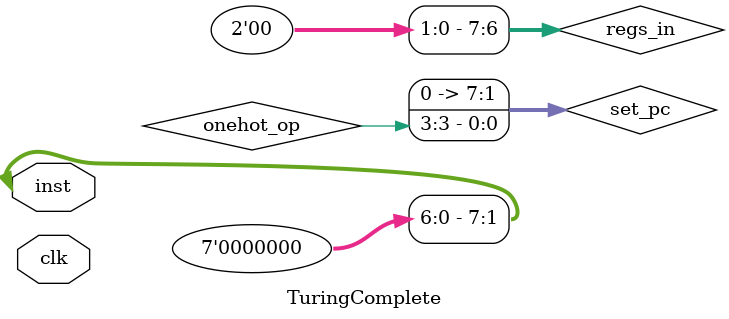
<source format=sv>

module TuringComplete (
    input logic clk,
    input byte  inst
);

  byte regs_in = 8'b0;
  byte regs_out;
  byte arith_out;

  byte reg0_out;
  byte reg1_out;
  byte reg2_out;
  byte reg3_out;

  logic [3:0] onehot_op;

  logic enable_regs;

  InstructionDecoder decoder (
      .inst(inst),
      .onehot_op(onehot_op)
  );

  byte pc;
  byte set_pc;

  assign set_pc = onehot_op[3];

  Counter PC (
      .clk(clk),
      .rst(set_pc),
      .in (reg0_out),
      .out(pc)
  );

  byte inst = insts[pc];


  assign enable_regs = (onehot_op[2] | onehot_op[0]);

  byte regs_inst;

  always_comb begin
    case (onehot_op)
      4'b0000: begin
        // Immediate Number
        regs_inst = 8'b00_110_000;  // Copy from input to reg 0
        regs_in[5:0] = inst[5:0];  // Set input to inst body
      end
      default: begin
        regs_inst = inst;
      end
    endcase
  end

  Registers regs (
      .clk(clk),
      .rst(rst),
      .enable(enable_regs),
      .inst(regs_inst),
      .in(regs_in),
      .out(regs_out),
      .reg2(reg2_out),
      .reg3(reg3_out)
  );

  ArithmeticEngine arith (
      .in1(reg2_out),
      .in2(reg3_out),
      .op (inst),
      .out(arith_out)
  );

  Conditions conditions (
      .in  (reg3_out),
      .cond(inst[2:0]),
      .out (pc_in)
  );

  always_comb begin
    case (onehot_op)
      4'b0001: out = regs_out;
      4'b0010: out = arith_out;
      4'b0100: out = regs_out;
      4'b1000: out = 1'h0;
    endcase
  end

endmodule

</source>
